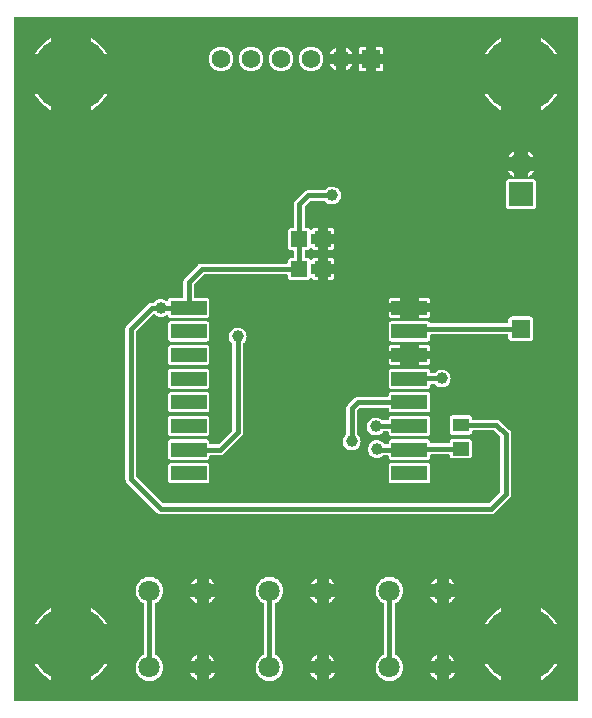
<source format=gbl>
G04 Layer: BottomLayer*
G04 EasyEDA v6.5.34, 2023-09-04 11:54:11*
G04 81153b16d9204a1fb18c57ec6b78e56b,7e63b50fb6014f29bd7207b67e5f40bc,10*
G04 Gerber Generator version 0.2*
G04 Scale: 100 percent, Rotated: No, Reflected: No *
G04 Dimensions in millimeters *
G04 leading zeros omitted , absolute positions ,4 integer and 5 decimal *
%FSLAX45Y45*%
%MOMM*%

%AMMACRO1*21,1,$1,$2,0,0,$3*%
%ADD10C,0.4000*%
%ADD11MACRO1,1.35X1.41X90.0000*%
%ADD12MACRO1,3X1.1999X0.0000*%
%ADD13R,1.3770X1.1325*%
%ADD14MACRO1,1.377X1.1325X0.0000*%
%ADD15C,6.5000*%
%ADD16C,1.5748*%
%ADD17R,1.5748X1.5748*%
%ADD18C,1.8000*%
%ADD19R,2.0000X2.0000*%
%ADD20C,2.0000*%
%ADD21C,1.0000*%
%ADD22C,0.0121*%

%LPD*%
G36*
X4792218Y24434D02*
G01*
X38354Y25908D01*
X34493Y26670D01*
X31191Y28854D01*
X28956Y32156D01*
X28194Y36068D01*
X28194Y5804408D01*
X28956Y5808319D01*
X31191Y5811621D01*
X34493Y5813806D01*
X38354Y5814568D01*
X4792218Y5814568D01*
X4796078Y5813806D01*
X4799380Y5811621D01*
X4801616Y5808319D01*
X4802378Y5804408D01*
X4802378Y34594D01*
X4801616Y30683D01*
X4799380Y27381D01*
X4796078Y25196D01*
G37*

%LPC*%
G36*
X1174242Y192481D02*
G01*
X1188770Y193395D01*
X1203045Y196138D01*
X1216914Y200609D01*
X1230071Y206806D01*
X1242364Y214629D01*
X1253591Y223875D01*
X1263548Y234492D01*
X1272082Y246278D01*
X1279093Y259029D01*
X1284478Y272542D01*
X1288084Y286664D01*
X1289913Y301091D01*
X1289913Y315671D01*
X1288084Y330098D01*
X1284478Y344170D01*
X1279093Y357733D01*
X1272082Y370484D01*
X1263548Y382219D01*
X1253591Y392836D01*
X1242364Y402132D01*
X1230071Y409905D01*
X1226007Y411835D01*
X1222908Y414070D01*
X1220876Y417322D01*
X1220165Y421030D01*
X1220165Y845921D01*
X1220876Y849680D01*
X1222908Y852881D01*
X1226007Y855116D01*
X1230071Y857046D01*
X1242364Y864869D01*
X1253591Y874115D01*
X1263548Y884732D01*
X1272082Y896518D01*
X1279093Y909269D01*
X1284478Y922782D01*
X1288084Y936904D01*
X1289913Y951331D01*
X1289913Y965911D01*
X1288084Y980338D01*
X1284478Y994410D01*
X1279093Y1007973D01*
X1272082Y1020724D01*
X1263548Y1032459D01*
X1253591Y1043076D01*
X1242364Y1052372D01*
X1230071Y1060145D01*
X1216914Y1066342D01*
X1203045Y1070864D01*
X1188770Y1073607D01*
X1174242Y1074521D01*
X1159713Y1073607D01*
X1145438Y1070864D01*
X1131570Y1066342D01*
X1118412Y1060145D01*
X1106119Y1052372D01*
X1094943Y1043076D01*
X1084935Y1032459D01*
X1076401Y1020724D01*
X1069390Y1007973D01*
X1064056Y994410D01*
X1060399Y980338D01*
X1058570Y965911D01*
X1058570Y951331D01*
X1060399Y936904D01*
X1064056Y922782D01*
X1069390Y909269D01*
X1076401Y896518D01*
X1084935Y884732D01*
X1094943Y874115D01*
X1106119Y864869D01*
X1118412Y857046D01*
X1122476Y855116D01*
X1125575Y852881D01*
X1127607Y849680D01*
X1128318Y845921D01*
X1128318Y421030D01*
X1127607Y417322D01*
X1125575Y414070D01*
X1122476Y411835D01*
X1118412Y409905D01*
X1106119Y402132D01*
X1094943Y392836D01*
X1084935Y382219D01*
X1076401Y370484D01*
X1069390Y357733D01*
X1064056Y344170D01*
X1060399Y330098D01*
X1058570Y315671D01*
X1058570Y301091D01*
X1060399Y286664D01*
X1064056Y272542D01*
X1069390Y259029D01*
X1076401Y246278D01*
X1084935Y234492D01*
X1094943Y223875D01*
X1106119Y214629D01*
X1118412Y206806D01*
X1131570Y200609D01*
X1145438Y196138D01*
X1159713Y193395D01*
G37*
G36*
X2190242Y192481D02*
G01*
X2204770Y193395D01*
X2219045Y196138D01*
X2232914Y200609D01*
X2246071Y206806D01*
X2258364Y214629D01*
X2269591Y223875D01*
X2279548Y234492D01*
X2288082Y246278D01*
X2295093Y259029D01*
X2300478Y272542D01*
X2304084Y286664D01*
X2305913Y301091D01*
X2305913Y315671D01*
X2304084Y330098D01*
X2300478Y344170D01*
X2295093Y357733D01*
X2288082Y370484D01*
X2279548Y382219D01*
X2269591Y392836D01*
X2258364Y402132D01*
X2246071Y409905D01*
X2242007Y411835D01*
X2238908Y414070D01*
X2236876Y417322D01*
X2236165Y421030D01*
X2236165Y845921D01*
X2236876Y849680D01*
X2238908Y852881D01*
X2242007Y855116D01*
X2246071Y857046D01*
X2258364Y864869D01*
X2269591Y874115D01*
X2279548Y884732D01*
X2288082Y896518D01*
X2295093Y909269D01*
X2300478Y922782D01*
X2304084Y936904D01*
X2305913Y951331D01*
X2305913Y965911D01*
X2304084Y980338D01*
X2300478Y994410D01*
X2295093Y1007973D01*
X2288082Y1020724D01*
X2279548Y1032459D01*
X2269591Y1043076D01*
X2258364Y1052372D01*
X2246071Y1060145D01*
X2232914Y1066342D01*
X2219045Y1070864D01*
X2204770Y1073607D01*
X2190242Y1074521D01*
X2175713Y1073607D01*
X2161438Y1070864D01*
X2147570Y1066342D01*
X2134412Y1060145D01*
X2122119Y1052372D01*
X2110892Y1043076D01*
X2100935Y1032459D01*
X2092401Y1020724D01*
X2085390Y1007973D01*
X2080006Y994410D01*
X2076399Y980338D01*
X2074570Y965911D01*
X2074570Y951331D01*
X2076399Y936904D01*
X2080006Y922782D01*
X2085390Y909269D01*
X2092401Y896518D01*
X2100935Y884732D01*
X2110892Y874115D01*
X2122119Y864869D01*
X2134412Y857046D01*
X2138476Y855116D01*
X2141575Y852881D01*
X2143607Y849680D01*
X2144318Y845921D01*
X2144318Y421030D01*
X2143607Y417322D01*
X2141575Y414070D01*
X2138476Y411835D01*
X2134412Y409905D01*
X2122119Y402132D01*
X2110892Y392836D01*
X2100935Y382219D01*
X2092401Y370484D01*
X2085390Y357733D01*
X2080006Y344170D01*
X2076399Y330098D01*
X2074570Y315671D01*
X2074570Y301091D01*
X2076399Y286664D01*
X2080006Y272542D01*
X2085390Y259029D01*
X2092401Y246278D01*
X2100935Y234492D01*
X2110892Y223875D01*
X2122119Y214629D01*
X2134412Y206806D01*
X2147570Y200609D01*
X2161438Y196138D01*
X2175713Y193395D01*
G37*
G36*
X3206242Y192481D02*
G01*
X3220770Y193395D01*
X3235045Y196138D01*
X3248914Y200609D01*
X3262071Y206806D01*
X3274364Y214629D01*
X3285591Y223875D01*
X3295548Y234492D01*
X3304082Y246278D01*
X3311093Y259029D01*
X3316478Y272542D01*
X3320084Y286664D01*
X3321913Y301091D01*
X3321913Y315671D01*
X3320084Y330098D01*
X3316478Y344170D01*
X3311093Y357733D01*
X3304082Y370484D01*
X3295548Y382219D01*
X3285591Y392836D01*
X3274364Y402132D01*
X3262071Y409905D01*
X3258007Y411835D01*
X3254908Y414070D01*
X3252876Y417322D01*
X3252165Y421030D01*
X3252165Y845921D01*
X3252876Y849680D01*
X3254908Y852881D01*
X3258007Y855116D01*
X3262071Y857046D01*
X3274364Y864869D01*
X3285591Y874115D01*
X3295548Y884732D01*
X3304082Y896518D01*
X3311093Y909269D01*
X3316478Y922782D01*
X3320084Y936904D01*
X3321913Y951331D01*
X3321913Y965911D01*
X3320084Y980338D01*
X3316478Y994410D01*
X3311093Y1007973D01*
X3304082Y1020724D01*
X3295548Y1032459D01*
X3285591Y1043076D01*
X3274364Y1052372D01*
X3262071Y1060145D01*
X3248914Y1066342D01*
X3235045Y1070864D01*
X3220770Y1073607D01*
X3206242Y1074521D01*
X3191713Y1073607D01*
X3177438Y1070864D01*
X3163570Y1066342D01*
X3150412Y1060145D01*
X3138119Y1052372D01*
X3126892Y1043076D01*
X3116935Y1032459D01*
X3108401Y1020724D01*
X3101390Y1007973D01*
X3096006Y994410D01*
X3092399Y980338D01*
X3090570Y965911D01*
X3090570Y951331D01*
X3092399Y936904D01*
X3096006Y922782D01*
X3101390Y909269D01*
X3108401Y896518D01*
X3116935Y884732D01*
X3126892Y874115D01*
X3138119Y864869D01*
X3150412Y857046D01*
X3154476Y855116D01*
X3157575Y852881D01*
X3159607Y849680D01*
X3160318Y845921D01*
X3160318Y421030D01*
X3159607Y417322D01*
X3157575Y414070D01*
X3154476Y411835D01*
X3150412Y409905D01*
X3138119Y402132D01*
X3126892Y392836D01*
X3116935Y382219D01*
X3108401Y370484D01*
X3101390Y357733D01*
X3096006Y344170D01*
X3092399Y330098D01*
X3090570Y315671D01*
X3090570Y301091D01*
X3092399Y286664D01*
X3096006Y272542D01*
X3101390Y259029D01*
X3108401Y246278D01*
X3116935Y234492D01*
X3126892Y223875D01*
X3138119Y214629D01*
X3150412Y206806D01*
X3163570Y200609D01*
X3177438Y196138D01*
X3191713Y193395D01*
G37*
G36*
X679145Y199136D02*
G01*
X685749Y202590D01*
X707948Y216560D01*
X729081Y232156D01*
X748995Y249275D01*
X767537Y267817D01*
X784656Y287731D01*
X800201Y308813D01*
X814171Y331063D01*
X817676Y337667D01*
X679145Y337667D01*
G37*
G36*
X4489145Y199136D02*
G01*
X4495749Y202590D01*
X4517948Y216560D01*
X4539081Y232156D01*
X4558944Y249275D01*
X4577537Y267817D01*
X4594656Y287731D01*
X4610201Y308813D01*
X4624171Y331063D01*
X4627676Y337667D01*
X4489145Y337667D01*
G37*
G36*
X341426Y199136D02*
G01*
X341426Y337667D01*
X202895Y337667D01*
X206400Y331063D01*
X220370Y308813D01*
X235966Y287731D01*
X253085Y267817D01*
X271627Y249275D01*
X291490Y232156D01*
X312623Y216560D01*
X334822Y202590D01*
G37*
G36*
X4151426Y199136D02*
G01*
X4151426Y337667D01*
X4012895Y337667D01*
X4016400Y331063D01*
X4030370Y308813D01*
X4045965Y287731D01*
X4063034Y267817D01*
X4081627Y249275D01*
X4101490Y232156D01*
X4122623Y216560D01*
X4144822Y202590D01*
G37*
G36*
X1572971Y204724D02*
G01*
X1572971Y256997D01*
X1520596Y256997D01*
X1526489Y246278D01*
X1535023Y234492D01*
X1545031Y223875D01*
X1556207Y214629D01*
X1568500Y206806D01*
G37*
G36*
X1675688Y204724D02*
G01*
X1680159Y206806D01*
X1692452Y214629D01*
X1703679Y223875D01*
X1713636Y234492D01*
X1722170Y246278D01*
X1728114Y256997D01*
X1675688Y256997D01*
G37*
G36*
X2588971Y204724D02*
G01*
X2588971Y256997D01*
X2536596Y256997D01*
X2542489Y246278D01*
X2551023Y234492D01*
X2560980Y223875D01*
X2572207Y214629D01*
X2584500Y206806D01*
G37*
G36*
X3707688Y204724D02*
G01*
X3712159Y206806D01*
X3724452Y214629D01*
X3735679Y223875D01*
X3745636Y234492D01*
X3754170Y246278D01*
X3760063Y256997D01*
X3707688Y256997D01*
G37*
G36*
X3604971Y204724D02*
G01*
X3604971Y256997D01*
X3552596Y256997D01*
X3558489Y246278D01*
X3567023Y234492D01*
X3576980Y223875D01*
X3588207Y214629D01*
X3600500Y206806D01*
G37*
G36*
X2691688Y204724D02*
G01*
X2696159Y206806D01*
X2708452Y214629D01*
X2719679Y223875D01*
X2729636Y234492D01*
X2738170Y246278D01*
X2744114Y256997D01*
X2691688Y256997D01*
G37*
G36*
X1675688Y359714D02*
G01*
X1728114Y359714D01*
X1722170Y370484D01*
X1713636Y382219D01*
X1703679Y392836D01*
X1692452Y402132D01*
X1680159Y409905D01*
X1675688Y412038D01*
G37*
G36*
X1520596Y359714D02*
G01*
X1572971Y359714D01*
X1572971Y412038D01*
X1568500Y409905D01*
X1556207Y402132D01*
X1545031Y392836D01*
X1535023Y382219D01*
X1526489Y370484D01*
G37*
G36*
X2536596Y359714D02*
G01*
X2588971Y359714D01*
X2588971Y412038D01*
X2584500Y409905D01*
X2572207Y402132D01*
X2560980Y392836D01*
X2551023Y382219D01*
X2542489Y370484D01*
G37*
G36*
X3552596Y359714D02*
G01*
X3604971Y359714D01*
X3604971Y412038D01*
X3600500Y409905D01*
X3588207Y402132D01*
X3576980Y392836D01*
X3567023Y382219D01*
X3558489Y370484D01*
G37*
G36*
X2691688Y359714D02*
G01*
X2744114Y359714D01*
X2738170Y370484D01*
X2729636Y382219D01*
X2719679Y392836D01*
X2708452Y402132D01*
X2696159Y409905D01*
X2691688Y412038D01*
G37*
G36*
X3707688Y359714D02*
G01*
X3760063Y359714D01*
X3754170Y370484D01*
X3745636Y382219D01*
X3735679Y392836D01*
X3724452Y402132D01*
X3712159Y409905D01*
X3707688Y412038D01*
G37*
G36*
X202895Y675335D02*
G01*
X341426Y675335D01*
X341426Y813866D01*
X334822Y810361D01*
X312623Y796442D01*
X291490Y780846D01*
X271627Y763727D01*
X253085Y745185D01*
X235966Y725271D01*
X220370Y704138D01*
X206400Y681939D01*
G37*
G36*
X4489145Y675335D02*
G01*
X4627676Y675335D01*
X4624171Y681939D01*
X4610201Y704138D01*
X4594656Y725271D01*
X4577537Y745185D01*
X4558944Y763727D01*
X4539081Y780846D01*
X4517948Y796442D01*
X4495749Y810361D01*
X4489145Y813866D01*
G37*
G36*
X679145Y675335D02*
G01*
X817676Y675335D01*
X814171Y681939D01*
X800201Y704138D01*
X784656Y725271D01*
X767537Y745185D01*
X748995Y763727D01*
X729081Y780846D01*
X707948Y796442D01*
X685749Y810361D01*
X679145Y813866D01*
G37*
G36*
X4012895Y675335D02*
G01*
X4151426Y675335D01*
X4151426Y813866D01*
X4144822Y810361D01*
X4122623Y796442D01*
X4101490Y780846D01*
X4081627Y763727D01*
X4063034Y745185D01*
X4045965Y725271D01*
X4030370Y704138D01*
X4016400Y681939D01*
G37*
G36*
X1675688Y854964D02*
G01*
X1680159Y857046D01*
X1692452Y864869D01*
X1703679Y874115D01*
X1713636Y884732D01*
X1722170Y896518D01*
X1728114Y907237D01*
X1675688Y907237D01*
G37*
G36*
X1572971Y854964D02*
G01*
X1572971Y907237D01*
X1520596Y907237D01*
X1526489Y896518D01*
X1535023Y884732D01*
X1545031Y874115D01*
X1556207Y864869D01*
X1568500Y857046D01*
G37*
G36*
X2691688Y854964D02*
G01*
X2696159Y857046D01*
X2708452Y864869D01*
X2719679Y874115D01*
X2729636Y884732D01*
X2738170Y896518D01*
X2744114Y907237D01*
X2691688Y907237D01*
G37*
G36*
X3604971Y854964D02*
G01*
X3604971Y907237D01*
X3552596Y907237D01*
X3558489Y896518D01*
X3567023Y884732D01*
X3576980Y874115D01*
X3588207Y864869D01*
X3600500Y857046D01*
G37*
G36*
X3707688Y854964D02*
G01*
X3712159Y857046D01*
X3724452Y864869D01*
X3735679Y874115D01*
X3745636Y884732D01*
X3754170Y896518D01*
X3760063Y907237D01*
X3707688Y907237D01*
G37*
G36*
X2588971Y854964D02*
G01*
X2588971Y907237D01*
X2536596Y907237D01*
X2542489Y896518D01*
X2551023Y884732D01*
X2560980Y874115D01*
X2572207Y864869D01*
X2584500Y857046D01*
G37*
G36*
X1675688Y1009954D02*
G01*
X1728114Y1009954D01*
X1722170Y1020724D01*
X1713636Y1032459D01*
X1703679Y1043076D01*
X1692452Y1052372D01*
X1680159Y1060145D01*
X1675688Y1062278D01*
G37*
G36*
X1520596Y1009954D02*
G01*
X1572971Y1009954D01*
X1572971Y1062278D01*
X1568500Y1060145D01*
X1556207Y1052372D01*
X1545031Y1043076D01*
X1535023Y1032459D01*
X1526489Y1020724D01*
G37*
G36*
X2536596Y1009954D02*
G01*
X2588971Y1009954D01*
X2588971Y1062278D01*
X2584500Y1060145D01*
X2572207Y1052372D01*
X2560980Y1043076D01*
X2551023Y1032459D01*
X2542489Y1020724D01*
G37*
G36*
X3552596Y1009954D02*
G01*
X3604971Y1009954D01*
X3604971Y1062278D01*
X3600500Y1060145D01*
X3588207Y1052372D01*
X3576980Y1043076D01*
X3567023Y1032459D01*
X3558489Y1020724D01*
G37*
G36*
X3707688Y1009954D02*
G01*
X3760063Y1009954D01*
X3754170Y1020724D01*
X3745636Y1032459D01*
X3735679Y1043076D01*
X3724452Y1052372D01*
X3712159Y1060145D01*
X3707688Y1062278D01*
G37*
G36*
X2691688Y1009954D02*
G01*
X2744114Y1009954D01*
X2738170Y1020724D01*
X2729636Y1032459D01*
X2719679Y1043076D01*
X2708452Y1052372D01*
X2696159Y1060145D01*
X2691688Y1062278D01*
G37*
G36*
X1270457Y1605076D02*
G01*
X4065778Y1605127D01*
X4074515Y1606346D01*
X4082542Y1609039D01*
X4089908Y1613154D01*
X4096816Y1618894D01*
X4224680Y1746808D01*
X4230014Y1753870D01*
X4233773Y1761439D01*
X4236059Y1769567D01*
X4236923Y1778457D01*
X4236923Y2285746D01*
X4236720Y2290216D01*
X4236110Y2294432D01*
X4235145Y2298547D01*
X4233773Y2302560D01*
X4232097Y2306421D01*
X4230014Y2310180D01*
X4227626Y2313635D01*
X4224883Y2316937D01*
X4221784Y2320086D01*
X4141266Y2393492D01*
X4134154Y2398877D01*
X4126534Y2402687D01*
X4118406Y2404973D01*
X4109516Y2405837D01*
X3914901Y2405837D01*
X3911244Y2406497D01*
X3908094Y2408428D01*
X3905859Y2411374D01*
X3904792Y2414930D01*
X3904030Y2422398D01*
X3902151Y2427833D01*
X3899052Y2432761D01*
X3894937Y2436825D01*
X3890060Y2439924D01*
X3884574Y2441803D01*
X3878275Y2442514D01*
X3741724Y2442514D01*
X3735374Y2441803D01*
X3729939Y2439924D01*
X3725011Y2436825D01*
X3720947Y2432761D01*
X3717848Y2427833D01*
X3715969Y2422398D01*
X3715258Y2416048D01*
X3715258Y2303932D01*
X3715969Y2297633D01*
X3717848Y2292146D01*
X3720947Y2287270D01*
X3725011Y2283155D01*
X3729939Y2280107D01*
X3735374Y2278176D01*
X3741724Y2277465D01*
X3878275Y2277465D01*
X3884574Y2278176D01*
X3890060Y2280107D01*
X3894937Y2283155D01*
X3899052Y2287270D01*
X3902151Y2292146D01*
X3904030Y2297582D01*
X3904792Y2304897D01*
X3905859Y2308453D01*
X3908094Y2311400D01*
X3911295Y2313330D01*
X3914901Y2313990D01*
X4088231Y2313990D01*
X4091889Y2313330D01*
X4095089Y2311349D01*
X4141774Y2268778D01*
X4144213Y2265375D01*
X4145076Y2261260D01*
X4145076Y1801215D01*
X4144314Y1797354D01*
X4142130Y1794052D01*
X4047947Y1699869D01*
X4044645Y1697685D01*
X4040784Y1696923D01*
X1293215Y1696923D01*
X1289354Y1697685D01*
X1286052Y1699869D01*
X1064869Y1921052D01*
X1062685Y1924354D01*
X1061923Y1928215D01*
X1061923Y3151784D01*
X1062685Y3155645D01*
X1064869Y3158947D01*
X1204061Y3298139D01*
X1207414Y3300374D01*
X1211376Y3301136D01*
X1215288Y3300272D01*
X1218590Y3297986D01*
X1221790Y3294634D01*
X1231036Y3287623D01*
X1241247Y3282086D01*
X1252169Y3278124D01*
X1263599Y3275939D01*
X1275181Y3275482D01*
X1286713Y3276803D01*
X1297940Y3279901D01*
X1308557Y3284626D01*
X1316278Y3289655D01*
X1319682Y3291078D01*
X1323289Y3291179D01*
X1326794Y3290011D01*
X1329588Y3287674D01*
X1331417Y3284474D01*
X1332433Y3281578D01*
X1335481Y3276701D01*
X1339596Y3272586D01*
X1344472Y3269488D01*
X1349959Y3267608D01*
X1356258Y3266897D01*
X1655114Y3266897D01*
X1661464Y3267608D01*
X1666900Y3269488D01*
X1671828Y3272586D01*
X1675892Y3276701D01*
X1678990Y3281578D01*
X1680870Y3287064D01*
X1681581Y3293364D01*
X1681581Y3412236D01*
X1680870Y3418535D01*
X1678990Y3424021D01*
X1675892Y3428898D01*
X1671828Y3433013D01*
X1666900Y3436061D01*
X1661464Y3437991D01*
X1655114Y3438702D01*
X1561795Y3438702D01*
X1557883Y3439464D01*
X1554581Y3441649D01*
X1552397Y3444951D01*
X1551635Y3448862D01*
X1551635Y3548786D01*
X1552397Y3552698D01*
X1554581Y3556000D01*
X1631238Y3632606D01*
X1634540Y3634790D01*
X1638401Y3635603D01*
X2335733Y3635603D01*
X2339594Y3634790D01*
X2342896Y3632606D01*
X2345131Y3629304D01*
X2345893Y3625443D01*
X2345893Y3614572D01*
X2346604Y3608222D01*
X2348484Y3602786D01*
X2351582Y3597859D01*
X2355697Y3593795D01*
X2360574Y3590696D01*
X2366060Y3588765D01*
X2372360Y3588054D01*
X2512212Y3588054D01*
X2518562Y3588765D01*
X2523998Y3590696D01*
X2528925Y3593795D01*
X2532989Y3597859D01*
X2536494Y3601923D01*
X2540254Y3603548D01*
X2544318Y3603548D01*
X2548077Y3601923D01*
X2551582Y3597859D01*
X2555697Y3593795D01*
X2560574Y3590696D01*
X2566060Y3588765D01*
X2572359Y3588054D01*
X2600706Y3588054D01*
X2600706Y3641394D01*
X2548839Y3641394D01*
X2544978Y3642156D01*
X2541676Y3644341D01*
X2539492Y3647643D01*
X2538679Y3651554D01*
X2538679Y3711448D01*
X2539492Y3715308D01*
X2541676Y3718610D01*
X2544978Y3720795D01*
X2548839Y3721608D01*
X2600706Y3721608D01*
X2600706Y3774897D01*
X2572359Y3774897D01*
X2566060Y3774186D01*
X2560574Y3772255D01*
X2555697Y3769207D01*
X2551582Y3765092D01*
X2548077Y3761028D01*
X2544318Y3759454D01*
X2540254Y3759454D01*
X2536494Y3761028D01*
X2532989Y3765092D01*
X2528925Y3769207D01*
X2523998Y3772255D01*
X2518562Y3774186D01*
X2512212Y3774897D01*
X2498344Y3774897D01*
X2494483Y3775659D01*
X2491181Y3777894D01*
X2488996Y3781145D01*
X2488184Y3785057D01*
X2488184Y3831894D01*
X2488996Y3835806D01*
X2491181Y3839108D01*
X2494483Y3841292D01*
X2498344Y3842054D01*
X2512212Y3842054D01*
X2518562Y3842765D01*
X2523998Y3844696D01*
X2528925Y3847795D01*
X2532989Y3851859D01*
X2536494Y3855923D01*
X2540254Y3857548D01*
X2544318Y3857548D01*
X2548077Y3855923D01*
X2551582Y3851859D01*
X2555697Y3847795D01*
X2560574Y3844696D01*
X2566060Y3842765D01*
X2572359Y3842054D01*
X2600706Y3842054D01*
X2600706Y3895394D01*
X2548839Y3895394D01*
X2544978Y3896156D01*
X2541676Y3898341D01*
X2539492Y3901643D01*
X2538679Y3905554D01*
X2538679Y3965448D01*
X2539492Y3969308D01*
X2541676Y3972610D01*
X2544978Y3974795D01*
X2548839Y3975608D01*
X2600706Y3975608D01*
X2600706Y4028897D01*
X2572359Y4028897D01*
X2566060Y4028186D01*
X2560574Y4026255D01*
X2555697Y4023207D01*
X2551582Y4019092D01*
X2548077Y4015028D01*
X2544318Y4013454D01*
X2540254Y4013454D01*
X2536494Y4015028D01*
X2532989Y4019092D01*
X2528925Y4023207D01*
X2523998Y4026255D01*
X2518562Y4028186D01*
X2512212Y4028897D01*
X2498344Y4028897D01*
X2494483Y4029659D01*
X2491181Y4031894D01*
X2488996Y4035145D01*
X2488184Y4039057D01*
X2488184Y4205986D01*
X2488996Y4209846D01*
X2491181Y4213148D01*
X2532938Y4254906D01*
X2536240Y4257090D01*
X2540101Y4257903D01*
X2654960Y4257903D01*
X2658922Y4257090D01*
X2662275Y4254754D01*
X2669590Y4247134D01*
X2678836Y4240123D01*
X2689047Y4234586D01*
X2699969Y4230624D01*
X2711399Y4228439D01*
X2722981Y4227982D01*
X2734513Y4229303D01*
X2745740Y4232402D01*
X2756357Y4237126D01*
X2766060Y4243476D01*
X2774746Y4251198D01*
X2782163Y4260138D01*
X2788107Y4270146D01*
X2792425Y4280916D01*
X2795066Y4292193D01*
X2795981Y4303776D01*
X2795066Y4315409D01*
X2792425Y4326686D01*
X2788107Y4337456D01*
X2782163Y4347464D01*
X2774746Y4356404D01*
X2766060Y4364126D01*
X2756357Y4370476D01*
X2745740Y4375200D01*
X2734513Y4378299D01*
X2722981Y4379620D01*
X2711399Y4379163D01*
X2699969Y4376978D01*
X2689047Y4373016D01*
X2678836Y4367479D01*
X2669590Y4360468D01*
X2662275Y4352798D01*
X2658922Y4350512D01*
X2654960Y4349699D01*
X2515108Y4349648D01*
X2506370Y4348429D01*
X2498394Y4345736D01*
X2490978Y4341622D01*
X2484120Y4335932D01*
X2408631Y4260392D01*
X2403297Y4253331D01*
X2399538Y4245762D01*
X2397201Y4237634D01*
X2396388Y4228744D01*
X2396388Y4039057D01*
X2395626Y4035145D01*
X2393391Y4031894D01*
X2390140Y4029659D01*
X2386228Y4028897D01*
X2372360Y4028897D01*
X2366060Y4028186D01*
X2360574Y4026255D01*
X2355697Y4023207D01*
X2351582Y4019092D01*
X2348484Y4014215D01*
X2346604Y4008729D01*
X2345893Y4002430D01*
X2345893Y3868572D01*
X2346604Y3862222D01*
X2348484Y3856786D01*
X2351582Y3851859D01*
X2355697Y3847795D01*
X2360574Y3844696D01*
X2366060Y3842765D01*
X2372360Y3842054D01*
X2386228Y3842054D01*
X2390140Y3841292D01*
X2393391Y3839108D01*
X2395626Y3835806D01*
X2396388Y3831894D01*
X2396388Y3785057D01*
X2395626Y3781145D01*
X2393391Y3777894D01*
X2390140Y3775659D01*
X2386228Y3774897D01*
X2372360Y3774897D01*
X2366060Y3774186D01*
X2360574Y3772255D01*
X2355697Y3769207D01*
X2351582Y3765092D01*
X2348484Y3760215D01*
X2346604Y3754729D01*
X2345893Y3748430D01*
X2345893Y3737559D01*
X2345131Y3733698D01*
X2342896Y3730396D01*
X2339594Y3728161D01*
X2335733Y3727399D01*
X1613408Y3727348D01*
X1604670Y3726129D01*
X1596694Y3723436D01*
X1589278Y3719322D01*
X1582420Y3713632D01*
X1472031Y3603193D01*
X1466748Y3596182D01*
X1462938Y3588562D01*
X1460652Y3580434D01*
X1459788Y3571544D01*
X1459788Y3448862D01*
X1459026Y3444951D01*
X1456842Y3441649D01*
X1453540Y3439464D01*
X1449628Y3438702D01*
X1356258Y3438702D01*
X1349959Y3437991D01*
X1344472Y3436061D01*
X1339596Y3433013D01*
X1335481Y3428898D01*
X1332433Y3424021D01*
X1330553Y3418687D01*
X1328724Y3415487D01*
X1325930Y3413150D01*
X1322476Y3411982D01*
X1318818Y3412083D01*
X1315415Y3413506D01*
X1308557Y3417976D01*
X1297940Y3422700D01*
X1286713Y3425799D01*
X1275181Y3427120D01*
X1263599Y3426663D01*
X1252169Y3424478D01*
X1241247Y3420516D01*
X1231036Y3414979D01*
X1221790Y3407968D01*
X1214424Y3400298D01*
X1211122Y3398012D01*
X1207160Y3397199D01*
X1190396Y3397148D01*
X1181760Y3395929D01*
X1173734Y3393236D01*
X1166368Y3389122D01*
X1159459Y3383381D01*
X982319Y3206191D01*
X976985Y3199130D01*
X973226Y3191560D01*
X970940Y3183432D01*
X970076Y3174542D01*
X970127Y1903222D01*
X971346Y1894484D01*
X974039Y1886457D01*
X978153Y1879092D01*
X983894Y1872183D01*
X1238808Y1617319D01*
X1245870Y1611985D01*
X1253439Y1608226D01*
X1261567Y1605940D01*
G37*
G36*
X1356258Y1866900D02*
G01*
X1655114Y1866900D01*
X1661464Y1867611D01*
X1666900Y1869490D01*
X1671828Y1872589D01*
X1675892Y1876704D01*
X1678990Y1881581D01*
X1680870Y1887067D01*
X1681581Y1893366D01*
X1681581Y2012238D01*
X1680870Y2018538D01*
X1678990Y2024024D01*
X1675892Y2028901D01*
X1671828Y2033016D01*
X1666900Y2036064D01*
X1661464Y2037994D01*
X1655114Y2038705D01*
X1356258Y2038705D01*
X1349959Y2037994D01*
X1344472Y2036064D01*
X1339596Y2033016D01*
X1335481Y2028901D01*
X1332433Y2024024D01*
X1330502Y2018538D01*
X1329791Y2012238D01*
X1329791Y1893366D01*
X1330502Y1887067D01*
X1332433Y1881581D01*
X1335481Y1876704D01*
X1339596Y1872589D01*
X1344472Y1869490D01*
X1349959Y1867611D01*
G37*
G36*
X3226257Y1866900D02*
G01*
X3525113Y1866900D01*
X3531463Y1867611D01*
X3536899Y1869490D01*
X3541826Y1872589D01*
X3545890Y1876704D01*
X3548989Y1881581D01*
X3550869Y1887067D01*
X3551580Y1893366D01*
X3551580Y2012238D01*
X3550869Y2018538D01*
X3548989Y2024024D01*
X3545890Y2028901D01*
X3541826Y2033016D01*
X3536899Y2036064D01*
X3531463Y2037994D01*
X3525113Y2038705D01*
X3226257Y2038705D01*
X3219958Y2037994D01*
X3214471Y2036064D01*
X3209594Y2033016D01*
X3205480Y2028901D01*
X3202432Y2024024D01*
X3200501Y2018538D01*
X3199790Y2012238D01*
X3199790Y1893366D01*
X3200501Y1887067D01*
X3202432Y1881581D01*
X3205480Y1876704D01*
X3209594Y1872589D01*
X3214471Y1869490D01*
X3219958Y1867611D01*
G37*
G36*
X3226257Y2066899D02*
G01*
X3525113Y2066899D01*
X3531463Y2067610D01*
X3536899Y2069490D01*
X3541826Y2072589D01*
X3545890Y2076704D01*
X3548989Y2081580D01*
X3550869Y2087067D01*
X3551580Y2093366D01*
X3551580Y2103932D01*
X3552393Y2107844D01*
X3554577Y2111146D01*
X3557879Y2113330D01*
X3561740Y2114092D01*
X3705098Y2114092D01*
X3708704Y2113432D01*
X3711854Y2111502D01*
X3714140Y2108555D01*
X3715156Y2104999D01*
X3715969Y2097582D01*
X3717848Y2092147D01*
X3720947Y2087270D01*
X3725011Y2083155D01*
X3729939Y2080056D01*
X3735374Y2078177D01*
X3741724Y2077466D01*
X3878275Y2077466D01*
X3884574Y2078177D01*
X3890060Y2080056D01*
X3894937Y2083155D01*
X3899052Y2087270D01*
X3902151Y2092147D01*
X3904030Y2097633D01*
X3904742Y2103932D01*
X3904742Y2216048D01*
X3904030Y2222347D01*
X3902151Y2227834D01*
X3899052Y2232710D01*
X3894937Y2236825D01*
X3890060Y2239924D01*
X3884574Y2241804D01*
X3878275Y2242515D01*
X3741724Y2242515D01*
X3735374Y2241804D01*
X3729939Y2239924D01*
X3725011Y2236825D01*
X3720947Y2232710D01*
X3717848Y2227834D01*
X3715969Y2222398D01*
X3715156Y2215032D01*
X3714140Y2211476D01*
X3711854Y2208530D01*
X3708704Y2206599D01*
X3705098Y2205939D01*
X3561384Y2205939D01*
X3557778Y2206599D01*
X3554628Y2208530D01*
X3552342Y2211425D01*
X3551275Y2214930D01*
X3550869Y2218537D01*
X3548989Y2224024D01*
X3545890Y2228900D01*
X3541826Y2233015D01*
X3536899Y2236063D01*
X3531463Y2237994D01*
X3525113Y2238705D01*
X3226257Y2238705D01*
X3219958Y2237994D01*
X3214471Y2236063D01*
X3209594Y2233015D01*
X3205480Y2228900D01*
X3202432Y2224024D01*
X3200501Y2218537D01*
X3199790Y2212238D01*
X3199790Y2208834D01*
X3199028Y2204974D01*
X3196793Y2201672D01*
X3193491Y2199487D01*
X3189630Y2198674D01*
X3169970Y2198674D01*
X3165652Y2199640D01*
X3162147Y2202383D01*
X3155746Y2210104D01*
X3147060Y2217826D01*
X3137357Y2224176D01*
X3126740Y2228900D01*
X3115513Y2231999D01*
X3103981Y2233320D01*
X3092399Y2232863D01*
X3080969Y2230678D01*
X3070047Y2226716D01*
X3059836Y2221179D01*
X3050590Y2214168D01*
X3042564Y2205786D01*
X3035858Y2196287D01*
X3030728Y2185873D01*
X3027222Y2174798D01*
X3025444Y2163318D01*
X3025444Y2151684D01*
X3027222Y2140204D01*
X3030728Y2129129D01*
X3035858Y2118715D01*
X3042564Y2109216D01*
X3050590Y2100834D01*
X3059836Y2093823D01*
X3070047Y2088286D01*
X3080969Y2084324D01*
X3092399Y2082139D01*
X3103981Y2081682D01*
X3115513Y2083003D01*
X3126740Y2086102D01*
X3137357Y2090826D01*
X3147060Y2097176D01*
X3155086Y2104288D01*
X3158236Y2106218D01*
X3161842Y2106879D01*
X3189630Y2106879D01*
X3193491Y2106117D01*
X3196793Y2103882D01*
X3199028Y2100630D01*
X3199790Y2096719D01*
X3199790Y2093366D01*
X3200501Y2087067D01*
X3202432Y2081580D01*
X3205480Y2076704D01*
X3209594Y2072589D01*
X3214471Y2069490D01*
X3219958Y2067610D01*
G37*
G36*
X1356258Y2066899D02*
G01*
X1655114Y2066899D01*
X1661464Y2067610D01*
X1666900Y2069490D01*
X1671828Y2072589D01*
X1675892Y2076704D01*
X1678990Y2081580D01*
X1680870Y2087067D01*
X1681581Y2093366D01*
X1681581Y2096719D01*
X1682394Y2100630D01*
X1684578Y2103882D01*
X1687880Y2106117D01*
X1691741Y2106879D01*
X1777339Y2106930D01*
X1786077Y2108149D01*
X1794103Y2110841D01*
X1801520Y2114956D01*
X1808378Y2120646D01*
X1953717Y2266086D01*
X1959000Y2273046D01*
X1962759Y2280615D01*
X1965096Y2288743D01*
X1965909Y2297684D01*
X1965909Y3045053D01*
X1966772Y3049168D01*
X1969312Y3052622D01*
X1974646Y3057398D01*
X1982063Y3066338D01*
X1988007Y3076346D01*
X1992325Y3087116D01*
X1994966Y3098393D01*
X1995881Y3109976D01*
X1994966Y3121609D01*
X1992325Y3132886D01*
X1988007Y3143656D01*
X1982063Y3153664D01*
X1974646Y3162604D01*
X1965960Y3170326D01*
X1956257Y3176676D01*
X1945639Y3181400D01*
X1934413Y3184499D01*
X1922881Y3185820D01*
X1911299Y3185363D01*
X1899869Y3183178D01*
X1888947Y3179216D01*
X1878736Y3173679D01*
X1869490Y3166668D01*
X1861464Y3158286D01*
X1854758Y3148787D01*
X1849628Y3138373D01*
X1846122Y3127298D01*
X1844344Y3115818D01*
X1844344Y3104184D01*
X1846122Y3092704D01*
X1849628Y3081629D01*
X1854758Y3071215D01*
X1861464Y3061716D01*
X1872234Y3050692D01*
X1873605Y3047898D01*
X1874113Y3044850D01*
X1874113Y2320391D01*
X1873300Y2316530D01*
X1871116Y2313228D01*
X1759559Y2201672D01*
X1756257Y2199487D01*
X1752346Y2198674D01*
X1691741Y2198674D01*
X1687880Y2199487D01*
X1684578Y2201672D01*
X1682394Y2204974D01*
X1681581Y2208834D01*
X1681581Y2212238D01*
X1680870Y2218537D01*
X1678990Y2224024D01*
X1675892Y2228900D01*
X1671828Y2233015D01*
X1666900Y2236063D01*
X1661464Y2237994D01*
X1655114Y2238705D01*
X1356258Y2238705D01*
X1349959Y2237994D01*
X1344472Y2236063D01*
X1339596Y2233015D01*
X1335481Y2228900D01*
X1332433Y2224024D01*
X1330502Y2218537D01*
X1329791Y2212238D01*
X1329791Y2093366D01*
X1330502Y2087067D01*
X1332433Y2081580D01*
X1335481Y2076704D01*
X1339596Y2072589D01*
X1344472Y2069490D01*
X1349959Y2067610D01*
G37*
G36*
X2888081Y2145182D02*
G01*
X2899613Y2146503D01*
X2910840Y2149602D01*
X2921457Y2154326D01*
X2931160Y2160676D01*
X2939846Y2168398D01*
X2947263Y2177338D01*
X2953207Y2187346D01*
X2957525Y2198116D01*
X2960166Y2209393D01*
X2961081Y2220976D01*
X2960166Y2232609D01*
X2957525Y2243886D01*
X2953207Y2254656D01*
X2947263Y2264664D01*
X2939846Y2273604D01*
X2934512Y2278380D01*
X2931972Y2281834D01*
X2931109Y2285949D01*
X2931109Y2477160D01*
X2931871Y2481072D01*
X2934055Y2484374D01*
X2953613Y2503881D01*
X2956915Y2506116D01*
X2960827Y2506878D01*
X3189630Y2506878D01*
X3193491Y2506116D01*
X3196793Y2503881D01*
X3199028Y2500630D01*
X3199790Y2496718D01*
X3199790Y2493365D01*
X3200501Y2487066D01*
X3202432Y2481580D01*
X3205480Y2476703D01*
X3209594Y2472588D01*
X3214471Y2469489D01*
X3219958Y2467610D01*
X3226257Y2466898D01*
X3525113Y2466898D01*
X3531463Y2467610D01*
X3536899Y2469489D01*
X3541826Y2472588D01*
X3545890Y2476703D01*
X3548989Y2481580D01*
X3550869Y2487066D01*
X3551580Y2493365D01*
X3551580Y2612237D01*
X3550869Y2618536D01*
X3548989Y2624023D01*
X3545890Y2628900D01*
X3541826Y2633014D01*
X3536899Y2636062D01*
X3531463Y2637993D01*
X3525113Y2638704D01*
X3226257Y2638704D01*
X3219958Y2637993D01*
X3214471Y2636062D01*
X3209594Y2633014D01*
X3205480Y2628900D01*
X3202432Y2624023D01*
X3200501Y2618536D01*
X3199790Y2612237D01*
X3199790Y2608834D01*
X3199028Y2604973D01*
X3196793Y2601671D01*
X3193491Y2599486D01*
X3189630Y2598674D01*
X2935833Y2598674D01*
X2927096Y2597454D01*
X2919069Y2594762D01*
X2911703Y2590647D01*
X2904794Y2584907D01*
X2851505Y2531567D01*
X2846222Y2524556D01*
X2842412Y2516936D01*
X2840126Y2508808D01*
X2839313Y2499918D01*
X2839313Y2286152D01*
X2838805Y2283104D01*
X2837434Y2280310D01*
X2826664Y2269286D01*
X2819958Y2259787D01*
X2814828Y2249373D01*
X2811322Y2238298D01*
X2809544Y2226818D01*
X2809544Y2215184D01*
X2811322Y2203704D01*
X2814828Y2192629D01*
X2819958Y2182215D01*
X2826664Y2172716D01*
X2834690Y2164334D01*
X2843936Y2157323D01*
X2854147Y2151786D01*
X2865069Y2147824D01*
X2876499Y2145639D01*
G37*
G36*
X1356258Y2266899D02*
G01*
X1655114Y2266899D01*
X1661464Y2267610D01*
X1666900Y2269490D01*
X1671828Y2272588D01*
X1675892Y2276703D01*
X1678990Y2281580D01*
X1680870Y2287066D01*
X1681581Y2293366D01*
X1681581Y2412238D01*
X1680870Y2418537D01*
X1678990Y2424023D01*
X1675892Y2428900D01*
X1671828Y2433015D01*
X1666900Y2436063D01*
X1661464Y2437993D01*
X1655114Y2438704D01*
X1356258Y2438704D01*
X1349959Y2437993D01*
X1344472Y2436063D01*
X1339596Y2433015D01*
X1335481Y2428900D01*
X1332433Y2424023D01*
X1330502Y2418537D01*
X1329791Y2412238D01*
X1329791Y2293366D01*
X1330502Y2287066D01*
X1332433Y2281580D01*
X1335481Y2276703D01*
X1339596Y2272588D01*
X1344472Y2269490D01*
X1349959Y2267610D01*
G37*
G36*
X3226257Y2266899D02*
G01*
X3525113Y2266899D01*
X3531463Y2267610D01*
X3536899Y2269490D01*
X3541826Y2272588D01*
X3545890Y2276703D01*
X3548989Y2281580D01*
X3550869Y2287066D01*
X3551580Y2293366D01*
X3551580Y2412238D01*
X3550869Y2418537D01*
X3548989Y2424023D01*
X3545890Y2428900D01*
X3541826Y2433015D01*
X3536899Y2436063D01*
X3531463Y2437993D01*
X3525113Y2438704D01*
X3226257Y2438704D01*
X3219958Y2437993D01*
X3214471Y2436063D01*
X3209594Y2433015D01*
X3205480Y2428900D01*
X3202432Y2424023D01*
X3200501Y2418537D01*
X3199790Y2412238D01*
X3199790Y2408834D01*
X3199028Y2404973D01*
X3196793Y2401671D01*
X3193491Y2399487D01*
X3189630Y2398674D01*
X3149092Y2398674D01*
X3145485Y2399334D01*
X3142335Y2401265D01*
X3134360Y2408326D01*
X3124657Y2414676D01*
X3114040Y2419400D01*
X3102813Y2422499D01*
X3091281Y2423820D01*
X3079699Y2423363D01*
X3068269Y2421178D01*
X3057347Y2417216D01*
X3047136Y2411679D01*
X3037890Y2404668D01*
X3029864Y2396286D01*
X3023158Y2386787D01*
X3018028Y2376373D01*
X3014522Y2365298D01*
X3012744Y2353818D01*
X3012744Y2342184D01*
X3014522Y2330704D01*
X3018028Y2319629D01*
X3023158Y2309215D01*
X3029864Y2299716D01*
X3037890Y2291334D01*
X3047136Y2284323D01*
X3057347Y2278786D01*
X3068269Y2274824D01*
X3079699Y2272639D01*
X3091281Y2272182D01*
X3102813Y2273503D01*
X3114040Y2276602D01*
X3124657Y2281326D01*
X3134360Y2287676D01*
X3143046Y2295398D01*
X3149498Y2303170D01*
X3153003Y2305913D01*
X3157321Y2306878D01*
X3189630Y2306878D01*
X3193491Y2306116D01*
X3196793Y2303881D01*
X3199028Y2300630D01*
X3199790Y2296718D01*
X3199790Y2293366D01*
X3200501Y2287066D01*
X3202432Y2281580D01*
X3205480Y2276703D01*
X3209594Y2272588D01*
X3214471Y2269490D01*
X3219958Y2267610D01*
G37*
G36*
X1356258Y2466898D02*
G01*
X1655114Y2466898D01*
X1661464Y2467610D01*
X1666900Y2469489D01*
X1671828Y2472588D01*
X1675892Y2476703D01*
X1678990Y2481580D01*
X1680870Y2487066D01*
X1681581Y2493365D01*
X1681581Y2612237D01*
X1680870Y2618536D01*
X1678990Y2624023D01*
X1675892Y2628900D01*
X1671828Y2633014D01*
X1666900Y2636062D01*
X1661464Y2637993D01*
X1655114Y2638704D01*
X1356258Y2638704D01*
X1349959Y2637993D01*
X1344472Y2636062D01*
X1339596Y2633014D01*
X1335481Y2628900D01*
X1332433Y2624023D01*
X1330502Y2618536D01*
X1329791Y2612237D01*
X1329791Y2493365D01*
X1330502Y2487066D01*
X1332433Y2481580D01*
X1335481Y2476703D01*
X1339596Y2472588D01*
X1344472Y2469489D01*
X1349959Y2467610D01*
G37*
G36*
X1356258Y2666898D02*
G01*
X1655114Y2666898D01*
X1661464Y2667609D01*
X1666900Y2669489D01*
X1671828Y2672588D01*
X1675892Y2676702D01*
X1678990Y2681579D01*
X1680870Y2687066D01*
X1681581Y2693365D01*
X1681581Y2812237D01*
X1680870Y2818536D01*
X1678990Y2824022D01*
X1675892Y2828899D01*
X1671828Y2833014D01*
X1666900Y2836062D01*
X1661464Y2837992D01*
X1655114Y2838704D01*
X1356258Y2838704D01*
X1349959Y2837992D01*
X1344472Y2836062D01*
X1339596Y2833014D01*
X1335481Y2828899D01*
X1332433Y2824022D01*
X1330502Y2818536D01*
X1329791Y2812237D01*
X1329791Y2693365D01*
X1330502Y2687066D01*
X1332433Y2681579D01*
X1335481Y2676702D01*
X1339596Y2672588D01*
X1344472Y2669489D01*
X1349959Y2667609D01*
G37*
G36*
X3226257Y2666898D02*
G01*
X3525113Y2666898D01*
X3531463Y2667609D01*
X3536899Y2669489D01*
X3541826Y2672588D01*
X3545890Y2676702D01*
X3548989Y2681579D01*
X3550869Y2687066D01*
X3551580Y2693365D01*
X3551580Y2697835D01*
X3552393Y2701696D01*
X3554577Y2704998D01*
X3557828Y2707182D01*
X3561689Y2707995D01*
X3582365Y2708097D01*
X3586378Y2707284D01*
X3589731Y2704998D01*
X3596690Y2697734D01*
X3605936Y2690723D01*
X3616147Y2685186D01*
X3627069Y2681224D01*
X3638499Y2679039D01*
X3650081Y2678582D01*
X3661613Y2679903D01*
X3672840Y2683002D01*
X3683457Y2687726D01*
X3693160Y2694076D01*
X3701846Y2701798D01*
X3709263Y2710738D01*
X3715207Y2720746D01*
X3719525Y2731516D01*
X3722166Y2742793D01*
X3723081Y2754376D01*
X3722166Y2766009D01*
X3719525Y2777286D01*
X3715207Y2788056D01*
X3709263Y2798064D01*
X3701846Y2807004D01*
X3693160Y2814726D01*
X3683457Y2821076D01*
X3672840Y2825800D01*
X3661613Y2828899D01*
X3650081Y2830220D01*
X3638499Y2829763D01*
X3627069Y2827578D01*
X3616147Y2823616D01*
X3605936Y2818079D01*
X3596690Y2811068D01*
X3588969Y2803042D01*
X3585667Y2800756D01*
X3581704Y2799892D01*
X3561842Y2799791D01*
X3557930Y2800553D01*
X3554577Y2802737D01*
X3552393Y2806039D01*
X3551580Y2809951D01*
X3551580Y2812237D01*
X3550869Y2818536D01*
X3548989Y2824022D01*
X3545890Y2828899D01*
X3541826Y2833014D01*
X3536899Y2836062D01*
X3531463Y2837992D01*
X3525113Y2838704D01*
X3226257Y2838704D01*
X3219958Y2837992D01*
X3214471Y2836062D01*
X3209594Y2833014D01*
X3205480Y2828899D01*
X3202432Y2824022D01*
X3200501Y2818536D01*
X3199790Y2812237D01*
X3199790Y2693365D01*
X3200501Y2687066D01*
X3202432Y2681579D01*
X3205480Y2676702D01*
X3209594Y2672588D01*
X3214471Y2669489D01*
X3219958Y2667609D01*
G37*
G36*
X3226257Y2866898D02*
G01*
X3294329Y2866898D01*
X3294329Y2916428D01*
X3199790Y2916428D01*
X3199790Y2893364D01*
X3200501Y2887065D01*
X3202432Y2881579D01*
X3205480Y2876702D01*
X3209594Y2872587D01*
X3214471Y2869488D01*
X3219958Y2867609D01*
G37*
G36*
X3457041Y2866898D02*
G01*
X3525113Y2866898D01*
X3531463Y2867609D01*
X3536899Y2869488D01*
X3541826Y2872587D01*
X3545890Y2876702D01*
X3548989Y2881579D01*
X3550869Y2887065D01*
X3551580Y2893364D01*
X3551580Y2916428D01*
X3457041Y2916428D01*
G37*
G36*
X1356258Y2866898D02*
G01*
X1655114Y2866898D01*
X1661464Y2867609D01*
X1666900Y2869488D01*
X1671828Y2872587D01*
X1675892Y2876702D01*
X1678990Y2881579D01*
X1680870Y2887065D01*
X1681581Y2893364D01*
X1681581Y3012236D01*
X1680870Y3018536D01*
X1678990Y3024022D01*
X1675892Y3028899D01*
X1671828Y3033014D01*
X1666900Y3036062D01*
X1661464Y3037992D01*
X1655114Y3038703D01*
X1356258Y3038703D01*
X1349959Y3037992D01*
X1344472Y3036062D01*
X1339596Y3033014D01*
X1335481Y3028899D01*
X1332433Y3024022D01*
X1330502Y3018536D01*
X1329791Y3012236D01*
X1329791Y2893364D01*
X1330502Y2887065D01*
X1332433Y2881579D01*
X1335481Y2876702D01*
X1339596Y2872587D01*
X1344472Y2869488D01*
X1349959Y2867609D01*
G37*
G36*
X3199790Y2989122D02*
G01*
X3294329Y2989122D01*
X3294329Y3038703D01*
X3226257Y3038703D01*
X3219958Y3037992D01*
X3214471Y3036062D01*
X3209594Y3033014D01*
X3205480Y3028899D01*
X3202432Y3024022D01*
X3200501Y3018536D01*
X3199790Y3012236D01*
G37*
G36*
X3457041Y2989122D02*
G01*
X3551580Y2989122D01*
X3551580Y3012236D01*
X3550869Y3018536D01*
X3548989Y3024022D01*
X3545890Y3028899D01*
X3541826Y3033014D01*
X3536899Y3036062D01*
X3531463Y3037992D01*
X3525113Y3038703D01*
X3457041Y3038703D01*
G37*
G36*
X1356258Y3066897D02*
G01*
X1655114Y3066897D01*
X1661464Y3067608D01*
X1666900Y3069488D01*
X1671828Y3072587D01*
X1675892Y3076702D01*
X1678990Y3081578D01*
X1680870Y3087065D01*
X1681581Y3093364D01*
X1681581Y3212236D01*
X1680870Y3218535D01*
X1678990Y3224022D01*
X1675892Y3228898D01*
X1671828Y3233013D01*
X1666900Y3236061D01*
X1661464Y3237992D01*
X1655114Y3238703D01*
X1356258Y3238703D01*
X1349959Y3237992D01*
X1344472Y3236061D01*
X1339596Y3233013D01*
X1335481Y3228898D01*
X1332433Y3224022D01*
X1330502Y3218535D01*
X1329791Y3212236D01*
X1329791Y3093364D01*
X1330502Y3087065D01*
X1332433Y3081578D01*
X1335481Y3076702D01*
X1339596Y3072587D01*
X1344472Y3069488D01*
X1349959Y3067608D01*
G37*
G36*
X3226257Y3066897D02*
G01*
X3525113Y3066897D01*
X3531463Y3067608D01*
X3536899Y3069488D01*
X3541826Y3072587D01*
X3545890Y3076702D01*
X3548989Y3081578D01*
X3550869Y3087065D01*
X3551580Y3093364D01*
X3551580Y3118916D01*
X3552393Y3122777D01*
X3554577Y3126079D01*
X3557879Y3128314D01*
X3561740Y3129076D01*
X4203192Y3129076D01*
X4207052Y3128314D01*
X4210354Y3126079D01*
X4212590Y3122777D01*
X4213352Y3118916D01*
X4213352Y3096818D01*
X4214063Y3090519D01*
X4215942Y3085033D01*
X4219041Y3080156D01*
X4223156Y3076041D01*
X4228033Y3072942D01*
X4233519Y3071063D01*
X4239818Y3070352D01*
X4396181Y3070352D01*
X4402480Y3071063D01*
X4407966Y3072942D01*
X4412843Y3076041D01*
X4416958Y3080156D01*
X4420006Y3085033D01*
X4421936Y3090519D01*
X4422648Y3096818D01*
X4422648Y3253181D01*
X4421936Y3259480D01*
X4420006Y3264966D01*
X4416958Y3269843D01*
X4412843Y3273958D01*
X4407966Y3277006D01*
X4402480Y3278936D01*
X4396181Y3279648D01*
X4239818Y3279648D01*
X4233519Y3278936D01*
X4228033Y3277006D01*
X4223156Y3273958D01*
X4219041Y3269843D01*
X4215942Y3264966D01*
X4214063Y3259480D01*
X4213352Y3253181D01*
X4213352Y3231032D01*
X4212590Y3227171D01*
X4210354Y3223869D01*
X4207052Y3221634D01*
X4203192Y3220872D01*
X3556558Y3220872D01*
X3553206Y3221431D01*
X3550208Y3223107D01*
X3547973Y3225647D01*
X3545890Y3228898D01*
X3541826Y3233013D01*
X3536899Y3236061D01*
X3531463Y3237992D01*
X3525113Y3238703D01*
X3226257Y3238703D01*
X3219958Y3237992D01*
X3214471Y3236061D01*
X3209594Y3233013D01*
X3205480Y3228898D01*
X3202432Y3224022D01*
X3200501Y3218535D01*
X3199790Y3212236D01*
X3199790Y3093364D01*
X3200501Y3087065D01*
X3202432Y3081578D01*
X3205480Y3076702D01*
X3209594Y3072587D01*
X3214471Y3069488D01*
X3219958Y3067608D01*
G37*
G36*
X3457041Y3266897D02*
G01*
X3525113Y3266897D01*
X3531463Y3267608D01*
X3536899Y3269488D01*
X3541826Y3272586D01*
X3545890Y3276701D01*
X3548989Y3281578D01*
X3550869Y3287064D01*
X3551580Y3293364D01*
X3551580Y3316427D01*
X3457041Y3316427D01*
G37*
G36*
X3226257Y3266897D02*
G01*
X3294329Y3266897D01*
X3294329Y3316427D01*
X3199790Y3316427D01*
X3199790Y3293364D01*
X3200501Y3287064D01*
X3202432Y3281578D01*
X3205480Y3276701D01*
X3209594Y3272586D01*
X3214471Y3269488D01*
X3219958Y3267608D01*
G37*
G36*
X3199790Y3389122D02*
G01*
X3294329Y3389122D01*
X3294329Y3438702D01*
X3226257Y3438702D01*
X3219958Y3437991D01*
X3214471Y3436061D01*
X3209594Y3433013D01*
X3205480Y3428898D01*
X3202432Y3424021D01*
X3200501Y3418535D01*
X3199790Y3412236D01*
G37*
G36*
X3457041Y3389122D02*
G01*
X3551580Y3389122D01*
X3551580Y3412236D01*
X3550869Y3418535D01*
X3548989Y3424021D01*
X3545890Y3428898D01*
X3541826Y3433013D01*
X3536899Y3436061D01*
X3531463Y3437991D01*
X3525113Y3438702D01*
X3457041Y3438702D01*
G37*
G36*
X2683916Y3588054D02*
G01*
X2712212Y3588054D01*
X2718562Y3588765D01*
X2723997Y3590696D01*
X2728925Y3593795D01*
X2732989Y3597859D01*
X2736088Y3602786D01*
X2737967Y3608222D01*
X2738678Y3614572D01*
X2738678Y3641394D01*
X2683916Y3641394D01*
G37*
G36*
X2683916Y3721608D02*
G01*
X2738678Y3721608D01*
X2738678Y3748430D01*
X2737967Y3754729D01*
X2736088Y3760215D01*
X2732989Y3765092D01*
X2728925Y3769207D01*
X2723997Y3772255D01*
X2718562Y3774186D01*
X2712212Y3774897D01*
X2683916Y3774897D01*
G37*
G36*
X2683916Y3842054D02*
G01*
X2712212Y3842054D01*
X2718562Y3842765D01*
X2723997Y3844696D01*
X2728925Y3847795D01*
X2732989Y3851859D01*
X2736088Y3856786D01*
X2737967Y3862222D01*
X2738678Y3868572D01*
X2738678Y3895394D01*
X2683916Y3895394D01*
G37*
G36*
X2683916Y3975608D02*
G01*
X2738678Y3975608D01*
X2738678Y4002430D01*
X2737967Y4008729D01*
X2736088Y4014215D01*
X2732989Y4019092D01*
X2728925Y4023207D01*
X2723997Y4026255D01*
X2718562Y4028186D01*
X2712212Y4028897D01*
X2683916Y4028897D01*
G37*
G36*
X4220870Y4190593D02*
G01*
X4419701Y4190593D01*
X4426051Y4191304D01*
X4431487Y4193184D01*
X4436414Y4196283D01*
X4440478Y4200398D01*
X4443577Y4205274D01*
X4445508Y4210710D01*
X4446219Y4217060D01*
X4446219Y4415891D01*
X4445508Y4422241D01*
X4443577Y4427677D01*
X4440478Y4432604D01*
X4436414Y4436668D01*
X4431487Y4439767D01*
X4426051Y4441698D01*
X4419701Y4442409D01*
X4387748Y4442409D01*
X4383481Y4443323D01*
X4380026Y4445965D01*
X4377944Y4449826D01*
X4377690Y4454194D01*
X4379315Y4458258D01*
X4382465Y4461256D01*
X4391812Y4466894D01*
X4403750Y4476242D01*
X4414520Y4487011D01*
X4423918Y4498949D01*
X4431741Y4512005D01*
X4432706Y4514138D01*
X4376623Y4514138D01*
X4376623Y4452569D01*
X4375861Y4448657D01*
X4373676Y4445355D01*
X4370374Y4443171D01*
X4366463Y4442409D01*
X4274108Y4442409D01*
X4270197Y4443171D01*
X4266895Y4445355D01*
X4264710Y4448657D01*
X4263948Y4452569D01*
X4263948Y4514138D01*
X4207865Y4514138D01*
X4208830Y4512005D01*
X4216704Y4498949D01*
X4226052Y4487011D01*
X4236821Y4476242D01*
X4248759Y4466894D01*
X4258106Y4461256D01*
X4261256Y4458258D01*
X4262882Y4454194D01*
X4262628Y4449826D01*
X4260596Y4445965D01*
X4257090Y4443323D01*
X4252823Y4442409D01*
X4220870Y4442409D01*
X4214520Y4441698D01*
X4209084Y4439767D01*
X4204157Y4436668D01*
X4200093Y4432604D01*
X4196994Y4427677D01*
X4195114Y4422241D01*
X4194403Y4415891D01*
X4194403Y4217060D01*
X4195114Y4210710D01*
X4196994Y4205274D01*
X4200093Y4200398D01*
X4204157Y4196283D01*
X4209084Y4193184D01*
X4214520Y4191304D01*
G37*
G36*
X4207865Y4626813D02*
G01*
X4263948Y4626813D01*
X4263948Y4682947D01*
X4261764Y4681931D01*
X4248759Y4674108D01*
X4236821Y4664710D01*
X4226052Y4653991D01*
X4216704Y4642002D01*
X4208830Y4628997D01*
G37*
G36*
X4376623Y4626813D02*
G01*
X4432706Y4626813D01*
X4431741Y4628997D01*
X4423918Y4642002D01*
X4414520Y4653991D01*
X4403750Y4664710D01*
X4391812Y4674108D01*
X4378807Y4681931D01*
X4376623Y4682947D01*
G37*
G36*
X341426Y5025085D02*
G01*
X341426Y5163616D01*
X202895Y5163616D01*
X206400Y5157012D01*
X220370Y5134813D01*
X235966Y5113680D01*
X253085Y5093817D01*
X271627Y5075275D01*
X291490Y5058156D01*
X312623Y5042560D01*
X334822Y5028590D01*
G37*
G36*
X679145Y5025085D02*
G01*
X685749Y5028590D01*
X707948Y5042560D01*
X729081Y5058156D01*
X748995Y5075275D01*
X767537Y5093817D01*
X784656Y5113680D01*
X800201Y5134813D01*
X814171Y5157012D01*
X817676Y5163616D01*
X679145Y5163616D01*
G37*
G36*
X4151426Y5025085D02*
G01*
X4151426Y5163616D01*
X4012895Y5163616D01*
X4016400Y5157012D01*
X4030370Y5134813D01*
X4045965Y5113680D01*
X4063034Y5093817D01*
X4081627Y5075275D01*
X4101490Y5058156D01*
X4122623Y5042560D01*
X4144822Y5028590D01*
G37*
G36*
X4489145Y5025085D02*
G01*
X4495749Y5028590D01*
X4517948Y5042560D01*
X4539081Y5058156D01*
X4558944Y5075275D01*
X4577537Y5093817D01*
X4594656Y5113680D01*
X4610201Y5134813D01*
X4624171Y5157012D01*
X4627676Y5163616D01*
X4489145Y5163616D01*
G37*
G36*
X2972104Y5354828D02*
G01*
X3004566Y5354828D01*
X3004566Y5413756D01*
X2945638Y5413756D01*
X2945638Y5381294D01*
X2946349Y5374995D01*
X2948279Y5369509D01*
X2951327Y5364632D01*
X2955442Y5360517D01*
X2960319Y5357469D01*
X2965805Y5355539D01*
G37*
G36*
X3096006Y5354828D02*
G01*
X3128467Y5354828D01*
X3134766Y5355539D01*
X3140252Y5357469D01*
X3145129Y5360517D01*
X3149244Y5364632D01*
X3152292Y5369509D01*
X3154222Y5374995D01*
X3154934Y5381294D01*
X3154934Y5413756D01*
X3096006Y5413756D01*
G37*
G36*
X1780286Y5354878D02*
G01*
X1793951Y5355742D01*
X1807362Y5358434D01*
X1820316Y5362803D01*
X1832610Y5368899D01*
X1843989Y5376468D01*
X1854250Y5385511D01*
X1863293Y5395772D01*
X1870913Y5407152D01*
X1876958Y5419445D01*
X1881327Y5432399D01*
X1884019Y5445810D01*
X1884934Y5459476D01*
X1884019Y5473141D01*
X1881327Y5486552D01*
X1876958Y5499506D01*
X1870913Y5511800D01*
X1863293Y5523179D01*
X1854250Y5533440D01*
X1843989Y5542483D01*
X1832610Y5550103D01*
X1820316Y5556148D01*
X1807362Y5560568D01*
X1793951Y5563209D01*
X1780286Y5564124D01*
X1766620Y5563209D01*
X1753209Y5560568D01*
X1740255Y5556148D01*
X1727962Y5550103D01*
X1716582Y5542483D01*
X1706321Y5533440D01*
X1697278Y5523179D01*
X1689658Y5511800D01*
X1683613Y5499506D01*
X1679244Y5486552D01*
X1676552Y5473141D01*
X1675688Y5459476D01*
X1676552Y5445810D01*
X1679244Y5432399D01*
X1683613Y5419445D01*
X1689658Y5407152D01*
X1697278Y5395772D01*
X1706321Y5385511D01*
X1716582Y5376468D01*
X1727962Y5368899D01*
X1740255Y5362803D01*
X1753209Y5358434D01*
X1766620Y5355742D01*
G37*
G36*
X2034286Y5354878D02*
G01*
X2047951Y5355742D01*
X2061362Y5358434D01*
X2074316Y5362803D01*
X2086610Y5368899D01*
X2097989Y5376468D01*
X2108250Y5385511D01*
X2117293Y5395772D01*
X2124913Y5407152D01*
X2130958Y5419445D01*
X2135327Y5432399D01*
X2138019Y5445810D01*
X2138934Y5459476D01*
X2138019Y5473141D01*
X2135327Y5486552D01*
X2130958Y5499506D01*
X2124913Y5511800D01*
X2117293Y5523179D01*
X2108250Y5533440D01*
X2097989Y5542483D01*
X2086610Y5550103D01*
X2074316Y5556148D01*
X2061362Y5560568D01*
X2047951Y5563209D01*
X2034286Y5564124D01*
X2020620Y5563209D01*
X2007209Y5560568D01*
X1994255Y5556148D01*
X1981962Y5550103D01*
X1970582Y5542483D01*
X1960321Y5533440D01*
X1951278Y5523179D01*
X1943658Y5511800D01*
X1937613Y5499506D01*
X1933244Y5486552D01*
X1930552Y5473141D01*
X1929688Y5459476D01*
X1930552Y5445810D01*
X1933244Y5432399D01*
X1937613Y5419445D01*
X1943658Y5407152D01*
X1951278Y5395772D01*
X1960321Y5385511D01*
X1970582Y5376468D01*
X1981962Y5368899D01*
X1994255Y5362803D01*
X2007209Y5358434D01*
X2020620Y5355742D01*
G37*
G36*
X2288286Y5354878D02*
G01*
X2301951Y5355742D01*
X2315362Y5358434D01*
X2328316Y5362803D01*
X2340610Y5368899D01*
X2351989Y5376468D01*
X2362250Y5385511D01*
X2371293Y5395772D01*
X2378913Y5407152D01*
X2384958Y5419445D01*
X2389327Y5432399D01*
X2392019Y5445810D01*
X2392934Y5459476D01*
X2392019Y5473141D01*
X2389327Y5486552D01*
X2384958Y5499506D01*
X2378913Y5511800D01*
X2371293Y5523179D01*
X2362250Y5533440D01*
X2351989Y5542483D01*
X2340610Y5550103D01*
X2328316Y5556148D01*
X2315362Y5560568D01*
X2301951Y5563209D01*
X2288286Y5564124D01*
X2274620Y5563209D01*
X2261209Y5560568D01*
X2248255Y5556148D01*
X2235962Y5550103D01*
X2224582Y5542483D01*
X2214321Y5533440D01*
X2205278Y5523179D01*
X2197658Y5511800D01*
X2191613Y5499506D01*
X2187244Y5486552D01*
X2184552Y5473141D01*
X2183688Y5459476D01*
X2184552Y5445810D01*
X2187244Y5432399D01*
X2191613Y5419445D01*
X2197658Y5407152D01*
X2205278Y5395772D01*
X2214321Y5385511D01*
X2224582Y5376468D01*
X2235962Y5368899D01*
X2248255Y5362803D01*
X2261209Y5358434D01*
X2274620Y5355742D01*
G37*
G36*
X2542286Y5354878D02*
G01*
X2555951Y5355742D01*
X2569362Y5358434D01*
X2582316Y5362803D01*
X2594610Y5368899D01*
X2605989Y5376468D01*
X2616250Y5385511D01*
X2625293Y5395772D01*
X2632913Y5407152D01*
X2638958Y5419445D01*
X2643327Y5432399D01*
X2646019Y5445810D01*
X2646934Y5459476D01*
X2646019Y5473141D01*
X2643327Y5486552D01*
X2638958Y5499506D01*
X2632913Y5511800D01*
X2625293Y5523179D01*
X2616250Y5533440D01*
X2605989Y5542483D01*
X2594610Y5550103D01*
X2582316Y5556148D01*
X2569362Y5560568D01*
X2555951Y5563209D01*
X2542286Y5564124D01*
X2528620Y5563209D01*
X2515209Y5560568D01*
X2502255Y5556148D01*
X2489962Y5550103D01*
X2478582Y5542483D01*
X2468321Y5533440D01*
X2459278Y5523179D01*
X2451658Y5511800D01*
X2445613Y5499506D01*
X2441244Y5486552D01*
X2438552Y5473141D01*
X2437688Y5459476D01*
X2438552Y5445810D01*
X2441244Y5432399D01*
X2445613Y5419445D01*
X2451658Y5407152D01*
X2459278Y5395772D01*
X2468321Y5385511D01*
X2478582Y5376468D01*
X2489962Y5368899D01*
X2502255Y5362803D01*
X2515209Y5358434D01*
X2528620Y5355742D01*
G37*
G36*
X2750566Y5365648D02*
G01*
X2750566Y5413756D01*
X2702407Y5413756D01*
X2705658Y5407152D01*
X2713278Y5395772D01*
X2722321Y5385511D01*
X2732582Y5376468D01*
X2743962Y5368899D01*
G37*
G36*
X2842006Y5365648D02*
G01*
X2848610Y5368899D01*
X2859989Y5376468D01*
X2870250Y5385511D01*
X2879293Y5395772D01*
X2886913Y5407152D01*
X2890164Y5413756D01*
X2842006Y5413756D01*
G37*
G36*
X4489145Y5501335D02*
G01*
X4627676Y5501335D01*
X4624171Y5507939D01*
X4610201Y5530138D01*
X4594656Y5551271D01*
X4577537Y5571134D01*
X4558944Y5589727D01*
X4539081Y5606846D01*
X4517948Y5622391D01*
X4495749Y5636361D01*
X4489145Y5639866D01*
G37*
G36*
X202895Y5501335D02*
G01*
X341426Y5501335D01*
X341426Y5639866D01*
X334822Y5636361D01*
X312623Y5622391D01*
X291490Y5606846D01*
X271627Y5589727D01*
X253085Y5571134D01*
X235966Y5551271D01*
X220370Y5530138D01*
X206400Y5507939D01*
G37*
G36*
X679145Y5501335D02*
G01*
X817676Y5501335D01*
X814171Y5507939D01*
X800201Y5530138D01*
X784656Y5551271D01*
X767537Y5571134D01*
X748995Y5589727D01*
X729081Y5606846D01*
X707948Y5622391D01*
X685749Y5636361D01*
X679145Y5639866D01*
G37*
G36*
X4012895Y5501335D02*
G01*
X4151426Y5501335D01*
X4151426Y5639866D01*
X4144822Y5636361D01*
X4122623Y5622391D01*
X4101490Y5606846D01*
X4081627Y5589727D01*
X4063034Y5571134D01*
X4045965Y5551271D01*
X4030370Y5530138D01*
X4016400Y5507939D01*
G37*
G36*
X2702407Y5505196D02*
G01*
X2750566Y5505196D01*
X2750566Y5553354D01*
X2743962Y5550103D01*
X2732582Y5542483D01*
X2722321Y5533440D01*
X2713278Y5523179D01*
X2705658Y5511800D01*
G37*
G36*
X2842006Y5505196D02*
G01*
X2890164Y5505196D01*
X2886913Y5511800D01*
X2879293Y5523179D01*
X2870250Y5533440D01*
X2859989Y5542483D01*
X2848610Y5550103D01*
X2842006Y5553354D01*
G37*
G36*
X3096006Y5505196D02*
G01*
X3154934Y5505196D01*
X3154934Y5537657D01*
X3154222Y5543956D01*
X3152292Y5549442D01*
X3149244Y5554319D01*
X3145129Y5558434D01*
X3140252Y5561533D01*
X3134766Y5563412D01*
X3128467Y5564124D01*
X3096006Y5564124D01*
G37*
G36*
X2945638Y5505196D02*
G01*
X3004566Y5505196D01*
X3004566Y5564124D01*
X2972104Y5564124D01*
X2965805Y5563412D01*
X2960319Y5561533D01*
X2955442Y5558434D01*
X2951327Y5554319D01*
X2948279Y5549442D01*
X2946349Y5543956D01*
X2945638Y5537657D01*
G37*

%LPD*%
D10*
X1272286Y3351276D02*
G01*
X1192276Y3351276D01*
X1016000Y3175000D01*
X1016000Y1905000D01*
X1270000Y1651000D01*
X4064000Y1651000D01*
X4191000Y1778000D01*
X4190992Y2285994D01*
X4109974Y2359913D01*
X3810000Y2359913D01*
X1505719Y3352820D02*
G01*
X1505719Y3572017D01*
X1615196Y3681493D01*
X2442222Y3681493D01*
X2720096Y4303793D02*
G01*
X2516896Y4303793D01*
X2442296Y4229193D01*
X2442296Y3935476D01*
X3126496Y2944893D02*
G01*
X3134395Y2952788D01*
X3375708Y2952788D01*
X3375708Y3152787D02*
G01*
X3397895Y3174974D01*
X4318000Y3174974D01*
X2442296Y3935476D02*
G01*
X2442296Y3681476D01*
X1505701Y3352787D02*
G01*
X1504208Y3351293D01*
X1272296Y3351293D01*
X3647196Y2754393D02*
G01*
X3375708Y2752788D01*
X3088396Y2347993D02*
G01*
X3093196Y2352786D01*
X3375708Y2352786D01*
X3101096Y2157493D02*
G01*
X3105797Y2152787D01*
X3375708Y2152787D01*
X2885196Y2220993D02*
G01*
X2885196Y2500393D01*
X2937596Y2552786D01*
X3375708Y2552786D01*
X1505701Y2152787D02*
G01*
X1775589Y2152787D01*
X1907296Y2284488D01*
X1919996Y2297193D01*
X1919996Y3109993D01*
X1174242Y958613D02*
G01*
X1174242Y308373D01*
X3206241Y958621D02*
G01*
X3206241Y308378D01*
X2190241Y958613D02*
G01*
X2190241Y308378D01*
X3375659Y2152904D02*
G01*
X3382009Y2160015D01*
X3810000Y2160015D01*
D11*
G01*
X2442288Y3681486D03*
G01*
X2642293Y3681486D03*
G01*
X2442288Y3935486D03*
G01*
X2642293Y3935486D03*
D12*
G01*
X3375695Y1952795D03*
G01*
X1505696Y2552793D03*
G01*
X1505696Y2352794D03*
G01*
X1505696Y2152794D03*
G01*
X1505696Y1952795D03*
G01*
X1505696Y2752793D03*
G01*
X1505696Y2952793D03*
G01*
X1505696Y3152792D03*
G01*
X1505696Y3352792D03*
G01*
X3375695Y3352792D03*
G01*
X3375695Y3152792D03*
G01*
X3375695Y2952793D03*
G01*
X3375695Y2752793D03*
G01*
X3375695Y2552793D03*
G01*
X3375695Y2352794D03*
G01*
X3375695Y2152794D03*
D13*
G01*
X3810000Y2359990D03*
D14*
G01*
X3809992Y2159990D03*
D15*
G01*
X510286Y506501D03*
G01*
X4320286Y506501D03*
G01*
X4320286Y5332476D03*
G01*
X510286Y5332476D03*
D16*
G01*
X1780286Y5459476D03*
G01*
X2034286Y5459476D03*
G01*
X2288286Y5459476D03*
G01*
X2542286Y5459476D03*
G01*
X2796286Y5459476D03*
D17*
G01*
X3050286Y5459476D03*
G01*
X4318000Y3175000D03*
D18*
G01*
X1174242Y308381D03*
G01*
X1624329Y308381D03*
G01*
X1174242Y958621D03*
G01*
X1624329Y958621D03*
G01*
X2190241Y308381D03*
G01*
X2640329Y308381D03*
G01*
X2190241Y958621D03*
G01*
X2640329Y958621D03*
G01*
X3206241Y308381D03*
G01*
X3656329Y308381D03*
G01*
X3206241Y958621D03*
G01*
X3656329Y958621D03*
D19*
G01*
X4320286Y4316476D03*
D20*
G01*
X4320286Y4570476D03*
D21*
G01*
X3126486Y2944901D03*
G01*
X2720086Y4303801D03*
G01*
X1272286Y3351301D03*
G01*
X3647186Y2754401D03*
G01*
X2885186Y2221001D03*
G01*
X3088386Y2348001D03*
G01*
X3101086Y2157501D03*
G01*
X1919986Y3110001D03*
M02*

</source>
